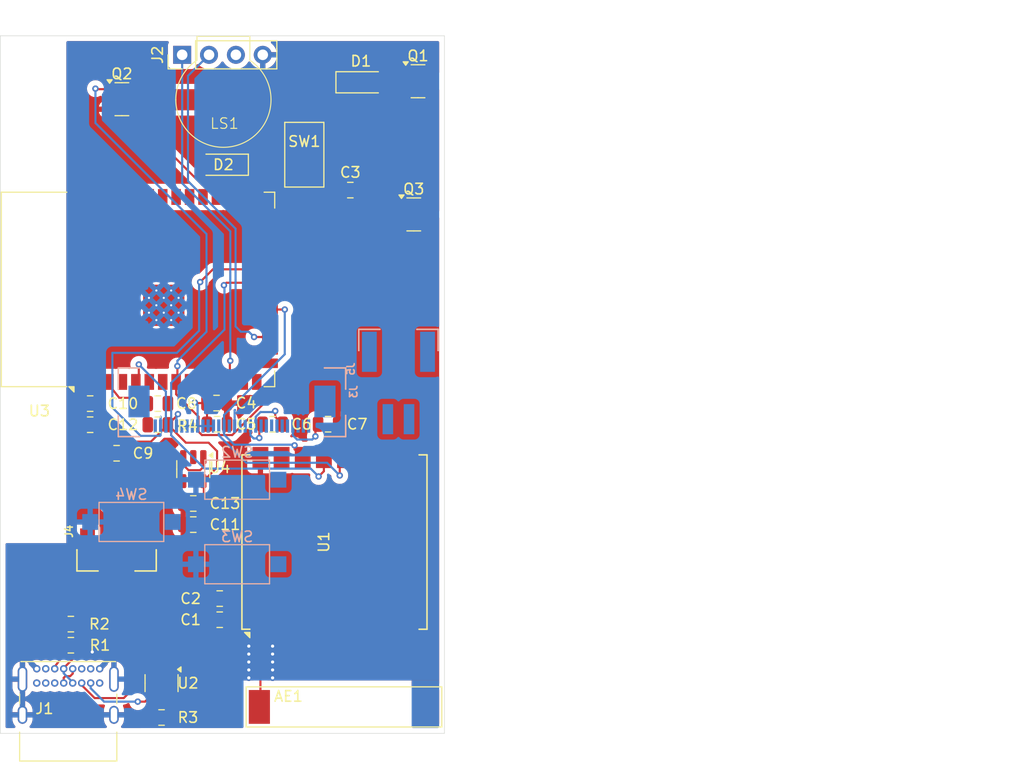
<source format=kicad_pcb>
(kicad_pcb (version 20240108) (generator "pcbnew") (generator_version "8.0")
  (layers (0 "F.Cu" signal) (31 "B.Cu" signal) (34 "B.Paste" user) (35 "F.Paste" user) (36 "B.SilkS" user "B.Silkscreen") (37 "F.SilkS" user "F.Silkscreen") (38 "B.Mask" user) (39 "F.Mask" user) (44 "Edge.Cuts" user))
  (net 0 "")
  (net 1 "Net-(D1-A)")
  (net 2 "GND")
  (net 3 "VIBRATE")
  (net 4 "BUZZER")
  (net 5 "Net-(D2-A)")
  (net 6 "LCD_LED")
  (net 7 "LCD_RST")
  (net 8 "RADIO_CS")
  (net 9 "+3.3V")
  (net 10 "ESP32_SCK")
  (net 11 "BTN_OK")
  (net 12 "ESP32_SCL")
  (net 13 "VBAT_STATUS")
  (net 14 "ESP32_MOSI")
  (net 15 "BTN_DOWN")
  (net 16 "RADIO_RST")
  (net 17 "ESP32_TX")
  (net 18 "LCD_CS")
  (net 19 "BTN_UP")
  (net 20 "ESP32_D-")
  (net 21 "ESP32_D+")
  (net 22 "ESP32_SDA")
  (net 23 "ESP32_MISO")
  (net 24 "BOOTMODE")
  (net 25 "ESP32_RX")
  (net 26 "VBAT_SCALED")
  (net 27 "RADIO_DIO0")
  (net 28 "RADIO_DIO1")
  (net 29 "RADIO_DIO2")
  (net 30 "Net-(AE1-A)")
  (net 31 "+BATT")
  (net 32 "+5V")
  (net 34 "Net-(J5-Pin_2)")
  (net 38 "Net-(U2-PROG)")
  (net 45 "Net-(U3-EN)")
  (net 51 "Net-(J3-Pin_19)")
  (net 52 "Net-(J3-Pin_20)")
  (net 53 "Net-(J3-Pin_27)")
  (net 54 "Net-(J1-CC1)")
  (net 55 "Net-(J1-CC2)")
  (footprint "Capacitor_SMD:C_0805_2012Metric" (layer "F.Cu") (at 120.5 66.75)
    (property "Reference" "C5")
    (property "Value" "10u")
  )
  (footprint "Button_Switch_SMD:SW_SPST_CK_RS282G05A3" (layer "F.Cu") (at 128.75 41.25 -90)
    (property "Reference" "SW1")
    (property "Value" "SW_Push")
  )
  (footprint "Capacitor_SMD:C_0805_2012Metric" (layer "F.Cu") (at 106.675 87.665 180)
    (property "Reference" "R1")
    (property "Value" "5K1")
  )
  (footprint "Capacitor_SMD:C_0805_2012Metric" (layer "F.Cu") (at 120.75 85.25 180)
    (property "Reference" "C1")
    (property "Value" "100n")
  )
  (footprint "Diode_SMD:D_SOD-123" (layer "F.Cu") (at 121.1 42.2 180)
    (property "Reference" "D2")
    (property "Value" "1N4148W")
  )
  (footprint "Package_TO_SOT_SMD:SOT-23-5" (layer "F.Cu") (at 115.25 91.25 -90)
    (property "Reference" "U2")
    (property "Value" "MCP73831-2-OT" (hide yes))
  )
  (footprint "Connector_PinHeader_2.54mm:PinHeader_1x04_P2.54mm_Vertical" (layer "F.Cu") (at 117.2 31.8 90)
    (property "Reference" "J2")
    (property "Value" "OLED_Disp")
  )
  (footprint "Capacitor_SMD:C_0805_2012Metric" (layer "F.Cu") (at 120.45 64.75)
    (property "Reference" "C4")
    (property "Value" "100n")
  )
  (footprint "Connector_USB:USB_C_Receptacle_GCT_USB4085" (layer "F.Cu") (at 103.45 89.89)
    (property "Reference" "J1")
    (property "Value" "USB_C_Receptacle_USB2.0_14P" (hide yes))
  )
  (footprint "RF_Module:ESP32-S3-WROOM-1" (layer "F.Cu") (at 113 54 90)
    (property "Reference" "U3")
    (property "Value" "ESP32-S3-WROOM-1" (hide yes))
  )
  (footprint "Package_TO_SOT_SMD:SOT-23" (layer "F.Cu") (at 139.1 46.9)
    (property "Reference" "Q3")
    (property "Value" "2N7002H" (hide yes))
  )
  (footprint "Waffle2Rev0.1:ST-0311T" (layer "F.Cu") (at 121.1 36.05 180)
    (property "Reference" "LS1")
    (property "Value" "ST-0311T")
  )
  (footprint "Diode_SMD:D_SOD-123" (layer "F.Cu") (at 134.1 34.4)
    (property "Reference" "D1")
    (property "Value" "1N4148W")
  )
  (footprint "Capacitor_SMD:C_0805_2012Metric" (layer "F.Cu") (at 106.675 85.665 180)
    (property "Reference" "R2")
    (property "Value" "5K1")
  )
  (footprint "Capacitor_SMD:C_0805_2012Metric" (layer "F.Cu") (at 115.25 94.5 180)
    (property "Reference" "R3")
    (property "Value" "2K2")
  )
  (footprint "Capacitor_SMD:C_0805_2012Metric" (layer "F.Cu") (at 114.9 66.8 180)
    (property "Reference" "R4")
    (property "Value" "10K")
  )
  (footprint "Capacitor_SMD:C_0805_2012Metric" (layer "F.Cu") (at 108.5 64.8 180)
    (property "Reference" "C10")
    (property "Value" "100n")
  )
  (footprint "Capacitor_SMD:C_0805_2012Metric" (layer "F.Cu") (at 118.25 74.25 180)
    (property "Reference" "C13")
    (property "Value" "100n")
  )
  (footprint "Capacitor_SMD:C_0805_2012Metric" (layer "F.Cu") (at 111 69.5)
    (property "Reference" "C9")
    (property "Value" "10u")
  )
  (footprint "RF_Module:Ai-Thinker-Ra-01-LoRa" (layer "F.Cu") (at 131.6 77.9 90)
    (property "Reference" "U1")
    (property "Value" "Ai-Thinker-Ra-01" (hide yes))
  )
  (footprint "Capacitor_SMD:C_0805_2012Metric" (layer "F.Cu") (at 118.25 76.25 180)
    (property "Reference" "C11")
    (property "Value" "10u")
  )
  (footprint "Capacitor_SMD:C_0805_2012Metric" (layer "F.Cu") (at 120.75 83.25 180)
    (property "Reference" "C2")
    (property "Value" "10u")
  )
  (footprint "Capacitor_SMD:C_0805_2012Metric" (layer "F.Cu") (at 125.75 66.75)
    (property "Reference" "C6")
    (property "Value" "2.2u")
  )
  (footprint "Capacitor_SMD:C_0805_2012Metric" (layer "F.Cu") (at 131 66.75)
    (property "Reference" "C7")
    (property "Value" "2.2u")
  )
  (footprint "Capacitor_SMD:C_0805_2012Metric" (layer "F.Cu") (at 108.5 66.8 180)
    (property "Reference" "C12")
    (property "Value" "10u")
  )
  (footprint "Package_TO_SOT_SMD:SOT-23-5" (layer "F.Cu") (at 118.25 71 -90)
    (property "Reference" "U4")
    (property "Value" "MIC5219-3.3YM5" (hide yes))
  )
  (footprint "Capacitor_SMD:C_0805_2012Metric" (layer "F.Cu") (at 133.1 44.6)
    (property "Reference" "C3")
    (property "Value" "1u")
  )
  (footprint "Waffle2Rev0.1:ER-CON2.0-2P-SMD" (layer "F.Cu") (at 111 76.8875 180)
    (property "Reference" "J4")
    (property "Value" "BATT" (hide yes))
  )
  (footprint "Package_TO_SOT_SMD:SOT-23" (layer "F.Cu") (at 139.5 34.3)
    (property "Reference" "Q1")
    (property "Value" "2N7002K" (hide yes))
  )
  (footprint "Package_TO_SOT_SMD:SOT-23" (layer "F.Cu") (at 111.5 36)
    (property "Reference" "Q2")
    (property "Value" "2N7002H" (hide yes))
  )
  (footprint "RF_Antenna:Coilcraft_MA5532-AE_RFID" (layer "F.Cu") (at 129.5 93.5)
    (property "Reference" "AE1")
    (property "Value" "AN1603-433" (hide yes))
  )
  (footprint "Capacitor_SMD:C_0805_2012Metric" (layer "F.Cu") (at 114.9 64.8)
    (property "Reference" "C8")
    (property "Value" "1u")
  )
  (footprint "Button_Switch_SMD:SW_SPST_CK_RS282G05A3" (layer "B.Cu") (at 122.4 80 180)
    (property "Reference" "SW3")
    (property "Value" "BTN_DN")
  )
  (footprint "Waffle2Rev0.1:ER-CON2.0-2P-SMD" (layer "B.Cu") (at 137.65 61.525 180)
    (property "Reference" "J5")
    (property "Value" "LCD_BL" (hide yes))
  )
  (footprint "Button_Switch_SMD:SW_SPST_CK_RS282G05A3" (layer "B.Cu") (at 122.4 72 180)
    (property "Reference" "SW2")
    (property "Value" "BTN_UP")
  )
  (footprint "Waffle2Rev0.1:ER-CON30HB-1" (layer "B.Cu") (at 121.91 64.675)
    (property "Reference" "J3")
    (property "Value" "FH34SRJ-30S-0.5SH" (hide yes))
  )
  (footprint "Button_Switch_SMD:SW_SPST_CK_RS282G05A3" (layer "B.Cu") (at 112.4 76 180)
    (property "Reference" "SW4")
    (property "Value" "BTN_OK")
  )
  (gr_line (start 110.25 63) (end 111.25 64.25) (stroke (width 0.2)) (layer "F.Cu") (net 45))
  (gr_line (start 111.675 92.665) (end 108.925 92.665) (stroke (width 0.2)) (layer "F.Cu") (net 55))
  (gr_line (start 105.925 88.665) (end 105.175 89.665) (stroke (width 0.2)) (layer "F.Cu") (net 54))
  (gr_line (start 110 74.5) (end 110.5 75) (stroke (width 0.2)) (layer "F.Cu") (net 31))
  (gr_line (start 112.5 36) (end 117.25 36) (stroke (width 0.2)) (layer "F.Cu") (net 5))
  (gr_line (start 119.25 72) (end 119.25 74.25) (stroke (width 0.2)) (layer "F.Cu") (net 9))
  (gr_line (start 114 70.75) (end 114.75 70) (stroke (width 0.2)) (layer "F.Cu") (net 31))
  (gr_line (start 106.675 86.665) (end 106.675 88.415) (stroke (width 0.2)) (layer "F.Cu") (net 54))
  (gr_line (start 119.25 76.25) (end 119.25 74.25) (stroke (width 0.2)) (layer "F.Cu") (net 9))
  (gr_line (start 107.675 85.665) (end 106.675 86.665) (stroke (width 0.2)) (layer "F.Cu") (net 54))
  (gr_line (start 114 74.25) (end 114 70.75) (stroke (width 0.2)) (layer "F.Cu") (net 31))
  (gr_line (start 110.5 75) (end 113.25 75) (stroke (width 0.2)) (layer "F.Cu") (net 31))
  (gr_line (start 111.25 64.25) (end 112.75 64.25) (stroke (width 0.2)) (layer "F.Cu") (net 45))
  (gr_line (start 110 72.25) (end 110 74.5) (stroke (width 0.2)) (layer "F.Cu") (net 31))
  (gr_line (start 114 64.75) (end 114 66.75) (stroke (width 0.2)) (layer "F.Cu") (net 45))
  (gr_line (start 106.425 88.665) (end 105.925 88.665) (stroke (width 0.2)) (layer "F.Cu") (net 54))
  (gr_line (start 106.675 88.415) (end 106.425 88.665) (stroke (width 0.2)) (layer "F.Cu") (net 54))
  (gr_line (start 124.6 85.9) (end 124.6 92.8) (stroke (width 0.2)) (layer "F.Cu") (net 30))
  (gr_line (start 108.925 92.665) (end 107.675 91.415) (stroke (width 0.2)) (layer "F.Cu") (net 55))
  (gr_line (start 109.5 64.75) (end 109.5 66.75) (stroke (width 0.2)) (layer "F.Cu") (net 9))
  (gr_line (start 112.425 91.915) (end 111.675 92.665) (stroke (width 0.2)) (layer "F.Cu") (net 55))
  (gr_line (start 110 72) (end 110 69.5) (stroke (width 0.2)) (layer "F.Cu") (net 31))
  (gr_line (start 107.675 87.665) (end 111.175 87.665) (stroke (width 0.2)) (layer "F.Cu") (net 55))
  (gr_line (start 109 62.75) (end 109.5 64.75) (stroke (width 0.2)) (layer "F.Cu") (net 9))
  (gr_line (start 114.75 70) (end 117.25 70) (stroke (width 0.2)) (layer "F.Cu") (net 31))
  (gr_line (start 112.75 64.25) (end 114 64.75) (stroke (width 0.2)) (layer "F.Cu") (net 45))
  (gr_line (start 113.25 75) (end 114 74.25) (stroke (width 0.2)) (layer "F.Cu") (net 31))
  (gr_line (start 111.175 87.665) (end 112.425 89.165) (stroke (width 0.2)) (layer "F.Cu") (net 55))
  (gr_line (start 112.425 89.165) (end 112.425 91.915) (stroke (width 0.2)) (layer "F.Cu") (net 55))
  (gr_line (start 142 30) (end 142 96) (stroke (width 0.05)) (layer "Edge.Cuts"))
  (gr_line (start 100 96) (end 100 30) (stroke (width 0.05)) (layer "Edge.Cuts"))
  (gr_line (start 100 96) (end 142 96) (stroke (width 0.05)) (layer "Edge.Cuts"))
  (gr_line (start 100 30) (end 142 30) (stroke (width 0.05)) (layer "Edge.Cuts"))
  (segment (start 138.95 89.25) (end 125.75 89.25) (width 0.2) (layer "F.Cu") (net 2))
  (segment (start 140.5 90.8) (end 138.95 89.25) (width 0.2) (layer "F.Cu") (net 2))
  (segment (start 140.5 93.5) (end 140.5 90.8) (width 0.2) (layer "F.Cu") (net 2))
  (segment (start 125.75 87.75) (end 126.6 86.9) (width 0.2) (layer "F.Cu") (net 2))
  (segment (start 126.6 86.9) (end 126.6 85.9) (width 0.2) (layer "F.Cu") (net 2))
  (via (at 123.5 90) (size 0.6) (drill 0.3) (layers "F.Cu" "B.Cu") (net 2))
  (via (at 125.75 90) (size 0.6) (drill 0.3) (layers "F.Cu" "B.Cu") (net 2))
  (via (at 125.75 90.75) (size 0.6) (drill 0.3) (layers "F.Cu" "B.Cu") (net 2))
  (via (at 123.5 87.75) (size 0.6) (drill 0.3) (layers "F.Cu" "B.Cu") (net 2))
  (via (at 123.5 90.75) (size 0.6) (drill 0.3) (layers "F.Cu" "B.Cu") (net 2))
  (via (at 123.5 88.5) (size 0.6) (drill 0.3) (layers "F.Cu" "B.Cu") (net 2))
  (via (at 125.75 89.25) (size 0.6) (drill 0.3) (layers "F.Cu" "B.Cu") (net 2))
  (via (at 125.75 88.5) (size 0.6) (drill 0.3) (layers "F.Cu" "B.Cu") (net 2))
  (via (at 125.75 87.75) (size 0.6) (drill 0.3) (layers "F.Cu" "B.Cu") (net 2))
  (via (at 123.5 89.25) (size 0.6) (drill 0.3) (layers "F.Cu" "B.Cu") (net 2))
  (segment (start 122.16 66.925) (end 122.16 65.44) (width 0.2) (layer "B.Cu") (net 2))
  (segment (start 122.16 65.44) (end 122.2 65.4) (width 0.2) (layer "B.Cu") (net 2))
  (segment (start 119.065256 67.775) (end 118.75 67.459744) (width 0.2) (layer "F.Cu") (net 4))
  (segment (start 110.5625 35.05) (end 109.05 35.05) (width 0.2) (layer "F.Cu") (net 4))
  (segment (start 118.75 66.040256) (end 116.63 63.920256) (width 0.2) (layer "F.Cu") (net 4))
  (segment (start 109.05 35.05) (end 109 35) (width 0.2) (layer "F.Cu") (net 4))
  (segment (start 119.090552 44.1) (end 129.8 44.1) (width 0.2) (layer "F.Cu") (net 4))
  (segment (start 116.75 62.63) (end 116.63 62.75) (width 0.2) (layer "F.Cu") (net 4))
  (segment (start 116.75 61.25) (end 116.75 62.63) (width 0.2) (layer "F.Cu") (net 4))
  (segment (start 121.934744 67.775) (end 119.065256 67.775) (width 0.2) (layer "F.Cu") (net 4))
  (segment (start 129.8 44.1) (end 129.8 59.909744) (width 0.2) (layer "F.Cu") (net 4))
  (segment (start 129.8 59.909744) (end 121.934744 67.775) (width 0.2) (layer "F.Cu") (net 4))
  (segment (start 116.63 63.920256) (end 116.63 62.75) (width 0.2) (layer "F.Cu") (net 4))
  (segment (start 110.5625 35.571948) (end 119.090552 44.1) (width 0.2) (layer "F.Cu") (net 4))
  (segment (start 110.5625 35.05) (end 110.5625 35.571948) (width 0.2) (layer "F.Cu") (net 4))
  (segment (start 118.75 67.459744) (end 118.75 66.040256) (width 0.2) (layer "F.Cu") (net 4))
  (via (at 109 35) (size 0.6) (drill 0.3) (layers "F.Cu" "B.Cu") (net 4))
  (via (at 116.75 61.25) (size 0.6) (drill 0.3) (layers "F.Cu" "B.Cu") (net 4))
  (segment (start 119.5 48.75) (end 119.5 58) (width 0.2) (layer "B.Cu") (net 4))
  (segment (start 116.75 60.75) (end 116.75 61.25) (width 0.2) (layer "B.Cu") (net 4))
  (segment (start 109 38.25) (end 119.5 48.75) (width 0.2) (layer "B.Cu") (net 4))
  (segment (start 119 58.5) (end 116.75 60.75) (width 0.2) (layer "B.Cu") (net 4))
  (segment (start 109 35) (end 109 38.25) (width 0.2) (layer "B.Cu") (net 4))
  (segment (start 119.5 58) (end 119 58.5) (width 0.2) (layer "B.Cu") (net 4))
  (segment (start 113.1 61.1) (end 113.1 62.47) (width 0.2) (layer "F.Cu") (net 7))
  (segment (start 113.1 62.47) (end 112.82 62.75) (width 0.2) (layer "F.Cu") (net 7))
  (via (at 113.1 61.1) (size 0.6) (drill 0.3) (layers "F.Cu" "B.Cu") (net 7))
  (segment (start 115.66 63.66) (end 113.1 61.1) (width 0.2) (layer "B.Cu") (net 7))
  (segment (start 115.66 66.925) (end 115.66 63.66) (width 0.2) (layer "B.Cu") (net 7))
  (segment (start 121.7 78.75) (end 119.2 76.25) (width 0.2) (layer "F.Cu") (net 9))
  (segment (start 118.5 64.8) (end 118.4 64.7) (width 0.2) (layer "F.Cu") (net 9))
  (segment (start 116.8 65.8) (end 116.8 65.85) (width 0.2) (layer "F.Cu") (net 9))
  (segment (start 121.7 83.25) (end 121.7 78.75) (width 0.2) (layer "F.Cu") (net 9))
  (segment (start 114.25 68.4) (end 115.85 66.8) (width 0.2) (layer "F.Cu") (net 9))
  (segment (start 121.7 85.25) (end 121.7 83.25) (width 0.2) (layer "F.Cu") (net 9))
  (segment (start 118.65 64.75) (end 118.6 64.8) (width 0.2) (layer "F.Cu") (net 9))
  (segment (start 127 83.25) (end 128.6 84.85) (width 0.2) (layer "F.Cu") (net 9))
  (segment (start 119.7 68.5) (end 120.5 69.3) (width 0.2) (layer "F.Cu") (net 9))
  (segment (start 117.55 68.5) (end 119.7 68.5) (width 0.2) (layer "F.Cu") (net 9))
  (segment (start 120.5 70.8375) (end 119.2 72.1375) (width 0.2) (layer "F.Cu") (net 9))
  (segment (start 111.05 68.4) (end 114.25 68.4) (width 0.2) (layer "F.Cu") (net 9))
  (segment (start 119.55 66.75) (end 119.55 64.8) (width 0.2) (layer "F.Cu") (net 9))
  (segment (start 116.8 65.85) (end 115.85 66.8) (width 0.2) (layer "F.Cu") (net 9))
  (segment (start 118.6 64.8) (end 118.5 64.8) (width 0.2) (layer "F.Cu") (net 9))
  (segment (start 128.6 84.85) (end 128.6 85.9) (width 0.2) (layer "F.Cu") (net 9))
  (segment (start 115.85 66.8) (end 117.55 68.5) (width 0.2) (layer "F.Cu") (net 9))
  (segment (start 111.05 68.4) (end 109.45 66.8) (width 0.2) (layer "F.Cu") (net 9))
  (segment (start 119.55 64.8) (end 119.5 64.75) (width 0.2) (layer "F.Cu") (net 9))
  (segment (start 119.5 64.75) (end 118.65 64.75) (width 0.2) (layer "F.Cu") (net 9))
  (segment (start 121.7 83.25) (end 127 83.25) (width 0.2) (layer "F.Cu") (net 9))
  (segment (start 120.5 69.3) (end 120.5 70.8375) (width 0.2) (layer "F.Cu") (net 9))
  (via (at 116.8 65.8) (size 0.6) (drill 0.3) (layers "F.Cu" "B.Cu") (net 9))
  (via (at 118.4 64.7) (size 0.6) (drill 0.3) (layers "F.Cu" "B.Cu") (net 9))
  (segment (start 116.66 65.96) (end 116.66 66.925) (width 0.2) (layer "B.Cu") (net 9))
  (segment (start 117.16 66.925) (end 117.66 66.925) (width 0.2) (layer "B.Cu") (net 9))
  (segment (start 116.8 65.82) (end 116.66 65.96) (width 0.2) (layer "B.Cu") (net 9))
  (segment (start 119.16 66.925) (end 118.66 66.925) (width 0.2) (layer "B.Cu") (net 9))
  (segment (start 118.66 66.925) (end 118.16 66.925) (width 0.2) (layer "B.Cu") (net 9))
  (segment (start 116.66 66.925) (end 117.16 66.925) (width 0.2) (layer "B.Cu") (net 9))
  (segment (start 117.66 66.925) (end 118.16 66.925) (width 0.2) (layer "B.Cu") (net 9))
  (segment (start 119.66 66.925) (end 119.16 66.925) (width 0.2) (layer "B.Cu") (net 9))
  (segment (start 118.4 64.7) (end 118.66 64.96) (width 0.2) (layer "B.Cu") (net 9))
  (segment (start 116.8 65.8) (end 116.8 65.82) (width 0.2) (layer "B.Cu") (net 9))
  (segment (start 120.16 66.925) (end 119.66 66.925) (width 0.2) (layer "B.Cu") (net 9))
  (segment (start 118.66 64.96) (end 118.66 66.925) (width 0.2) (layer "B.Cu") (net 9))
  (segment (start 132.1 70.4) (end 132.6 69.9) (width 0.2) (layer "F.Cu") (net 10))
  (segment (start 132.1 71.6) (end 132.1 70.4) (width 0.2) (layer "F.Cu") (net 10))
  (via (at 132.1 71.6) (size 0.6) (drill 0.3) (layers "F.Cu" "B.Cu") (net 10))
  (segment (start 120.66 67.8) (end 123.26 70.4) (width 0.2) (layer "B.Cu") (net 10))
  (segment (start 123.26 70.4) (end 130.9 70.4) (width 0.2) (layer "B.Cu") (net 10))
  (segment (start 120.66 66.925) (end 120.66 67.8) (width 0.2) (layer "B.Cu") (net 10))
  (segment (start 130.9 70.4) (end 132.1 71.6) (width 0.2) (layer "B.Cu") (net 10))
  (segment (start 125.445 58.5) (end 125.5 58.445) (width 0.2) (layer "F.Cu") (net 12))
  (segment (start 124 58.5) (end 125.445 58.5) (width 0.2) (layer "F.Cu") (net 12))
  (via (at 124 58.5) (size 0.6) (drill 0.3) (layers "F.Cu" "B.Cu") (net 12))
  (segment (start 117.75 33.79) (end 117.75 34) (width 0.2) (layer "B.Cu") (net 12))
  (segment (start 117.75 43.75) (end 122.25 48.25) (width 0.2) (layer "B.Cu") (net 12))
  (segment (start 122.25 48.25) (end 122.25 57.5) (width 0.2) (layer "B.Cu") (net 12))
  (segment (start 119.74 31.8) (end 117.75 33.79) (width 0.2) (layer "B.Cu") (net 12))
  (segment (start 123.5 58) (end 124 58.5) (width 0.2) (layer "B.Cu") (net 12))
  (segment (start 122.75 58) (end 123.5 58) (width 0.2) (layer "B.Cu") (net 12))
  (segment (start 117.75 34) (end 117.75 43.75) (width 0.2) (layer "B.Cu") (net 12))
  (segment (start 122.25 57.5) (end 122.75 58) (width 0.2) (layer "B.Cu") (net 12))
  (segment (start 125.505 55.9) (end 125.5 55.905) (width 0.2) (layer "F.Cu") (net 14))
  (segment (start 127.828006 68.753335) (end 127.828006 69.128006) (width 0.2) (layer "F.Cu") (net 14))
  (segment (start 126.9 55.9) (end 125.505 55.9) (width 0.2) (layer "F.Cu") (net 14))
  (segment (start 127.828006 69.128006) (end 128.6 69.9) (width 0.2) (layer "F.Cu") (net 14))
  (via (at 126.9 55.9) (size 0.6) (drill 0.3) (layers "F.Cu" "B.Cu") (net 14))
  (via (at 127.828006 68.753335) (size 0.6) (drill 0.3) (layers "F.Cu" "B.Cu") (net 14))
  (segment (start 121.16 66.925) (end 121.16 67.734314) (width 0.2) (layer "B.Cu") (net 14))
  (segment (start 126.9 60.134314) (end 126.9 55.9) (width 0.2) (layer "B.Cu") (net 14))
  (segment (start 127.828006 68.728006) (end 127.828006 68.753335) (width 0.2) (layer "B.Cu") (net 14))
  (segment (start 121.16 65.874314) (end 126.9 60.134314) (width 0.2) (layer "B.Cu") (net 14))
  (segment (start 127.7 68.6) (end 127.828006 68.728006) (width 0.2) (layer "B.Cu") (net 14))
  (segment (start 122.112843 68.687157) (end 127.612843 68.687157) (width 0.2) (layer "B.Cu") (net 14))
  (segment (start 121.16 67.734314) (end 122.112843 68.687157) (width 0.2) (layer "B.Cu") (net 14))
  (segment (start 127.612843 68.687157) (end 127.7 68.6) (width 0.2) (layer "B.Cu") (net 14))
  (segment (start 121.16 66.925) (end 121.16 65.874314) (width 0.2) (layer "B.Cu") (net 14))
  (segment (start 120.105 52.095) (end 125.5 52.095) (width 0.2) (layer "F.Cu") (net 18))
  (segment (start 118.9 53.3) (end 120.105 52.095) (width 0.2) (layer "F.Cu") (net 18))
  (via (at 118.9 53.3) (size 0.6) (drill 0.3) (layers "F.Cu" "B.Cu") (net 18))
  (segment (start 115.16 67.8) (end 115.11 67.85) (width 0.2) (layer "B.Cu") (net 18))
  (segment (start 110.6 60) (end 116.7 60) (width 0.2) (layer "B.Cu") (net 18))
  (segment (start 116.7 60) (end 118.8 57.9) (width 0.2) (layer "B.Cu") (net 18))
  (segment (start 115.16 66.05) (end 115.16 67.8) (width 0.2) (layer "B.Cu") (net 18))
  (segment (start 115.16 66.925) (end 115.16 66.05) (width 0.2) (layer "B.Cu") (net 18))
  (segment (start 118.8 57.9) (end 118.8 53.3) (width 0.2) (layer "B.Cu") (net 18))
  (segment (start 115.11 67.85) (end 113.27 67.85) (width 0.2) (layer "B.Cu") (net 18))
  (segment (start 113.27 67.85) (end 110.6 65.18) (width 0.2) (layer "B.Cu") (net 18))
  (segment (start 110.6 65.18) (end 110.6 60) (width 0.2) (layer "B.Cu") (net 18))
  (segment (start 118.8 53.3) (end 118.9 53.3) (width 0.2) (layer "B.Cu") (net 18))
  (segment (start 106.155026 90.59) (end 106 90.745026) (width 0.2) (layer "F.Cu") (net 20))
  (segment (start 106.85 89.89) (end 106.85 90.35) (width 0.2) (layer "F.Cu") (net 20))
  (segment (start 106 90.745026) (end 106 91.24) (width 0.2) (layer "F.Cu") (net 20))
  (segment (start 106.85 90.35) (end 106.61 90.59) (width 0.2) (layer "F.Cu") (net 20))
  (segment (start 106.61 90.59) (end 106.155026 90.59) (width 0.2) (layer "F.Cu") (net 20))
  (segment (start 107.120761 88.7) (end 108.2 88.7) (width 0.2) (layer "F.Cu") (net 21))
  (segment (start 108.6 88.3) (end 108.7 88.3) (width 0.2) (layer "F.Cu") (net 21))
  (segment (start 106 89.959239) (end 106 89.820761) (width 0.2) (layer "F.Cu") (net 21))
  (segment (start 106 89.820761) (end 107.120761 88.7) (width 0.2) (layer "F.Cu") (net 21))
  (segment (start 106 89.89) (end 106 89.959239) (width 0.2) (layer "F.Cu") (net 21))
  (segment (start 108.2 88.7) (end 108.6 88.3) (width 0.2) (layer "F.Cu") (net 21))
  (via (at 108.7 88.3) (size 0.6) (drill 0.3) (layers "F.Cu" "B.Cu") (net 21))
  (segment (start 106.85 91.170761) (end 106.85 91.24) (width 0.2) (layer "B.Cu") (net 21))
  (segment (start 106 89.89) (end 106 90.320761) (width 0.2) (layer "B.Cu") (net 21))
  (segment (start 106 90.320761) (end 106.85 91.170761) (width 0.2) (layer "B.Cu") (net 21))
  (segment (start 121.71 60.79) (end 121.71 62.75) (width 0.2) (layer "F.Cu") (net 22))
  (segment (start 121.75 60.75) (end 121.71 60.79) (width 0.2) (layer "F.Cu") (net 22))
  (via (at 121.75 60.75) (size 0.6) (drill 0.3) (layers "F.Cu" "B.Cu") (net 22))
  (segment (start 117.2 43.95) (end 120.5 47.25) (width 0.2) (layer "B.Cu") (net 22))
  (segment (start 117.2 31.8) (end 117.2 43.95) (width 0.2) (layer "B.Cu") (net 22))
  (segment (start 121.75 48.5) (end 121.75 60.75) (width 0.2) (layer "B.Cu") (net 22))
  (segment (start 120.5 47.25) (end 121.75 48.5) (width 0.2) (layer "B.Cu") (net 22))
  (segment (start 130.6 71.2) (end 130.6 69.9) (width 0.2) (layer "F.Cu") (net 23))
  (segment (start 130.1 71.7) (end 130.6 71.2) (width 0.2) (layer "F.Cu") (net 23))
  (segment (start 121.385 53.365) (end 121.15 53.6) (width 0.2) (layer "F.Cu") (net 23))
  (segment (start 125.5 53.365) (end 121.385 53.365) (width 0.2) (layer "F.Cu") (net 23))
  (via (at 130.1 71.7) (size 0.6) (drill 0.3) (layers "F.Cu" "B.Cu") (net 23))
  (via (at 121.15 53.6) (size 0.6) (drill 0.3) (layers "F.Cu" "B.Cu") (net 23))
  (segment (start 116.16 66.925) (end 116.16 67.8) (width 0.2) (layer "B.Cu") (net 23))
  (segment (start 116.16 67.8) (end 119.31 70.95) (width 0.2) (layer "B.Cu") (net 23))
  (segment (start 119.31 70.95) (end 129.35 70.95) (width 0.2) (layer "B.Cu") (net 23))
  (segment (start 116.16 62.84) (end 121.2 57.8) (width 0.2) (layer "B.Cu") (net 23))
  (segment (start 129.35 70.95) (end 130.1 71.7) (width 0.2) (layer "B.Cu") (net 23))
  (segment (start 121.2 57.8) (end 121.2 53.6) (width 0.2) (layer "B.Cu") (net 23))
  (segment (start 116.16 66.925) (end 116.16 62.84) (width 0.2) (layer "B.Cu") (net 23))
  (segment (start 121.2 53.6) (end 121.15 53.6) (width 0.2) (layer "B.Cu") (net 23))
  (segment (start 124.35 45.15) (end 124.25 45.25) (width 0.2) (layer "F.Cu") (net 24))
  (segment (start 128.75 45.15) (end 124.35 45.15) (width 0.2) (layer "F.Cu") (net 24))
  (segment (start 122.75 42.2) (end 122.75 38.15) (width 0.2) (layer "F.Cu") (net 31))
  (segment (start 114.3 90.1125) (end 114.3 83.8) (width 0.2) (layer "F.Cu") (net 31))
  (segment (start 110.7 75.2) (end 110.5 75) (width 0.2) (layer "F.Cu") (net 31))
  (segment (start 132.45 34.4) (end 126.5 34.4) (width 0.2) (layer "F.Cu") (net 31))
  (segment (start 117.3 70.6) (end 117.8 71.1) (width 0.2) (layer "F.Cu") (net 31))
  (segment (start 110.7 80.2) (end 110.7 75.2) (width 0.2) (layer "F.Cu") (net 31))
  (segment (start 126.5 34.4) (end 124.85 36.05) (width 0.2) (layer "F.Cu") (net 31))
  (segment (start 117.3 69.8625) (end 117.3 70.6) (width 0.2) (layer "F.Cu") (net 31))
  (segment (start 114.3 83.8) (end 110.7 80.2) (width 0.2) (layer "F.Cu") (net 31))
  (segment (start 117.8 71.1) (end 118.9 71.1) (width 0.2) (layer "F.Cu") (net 31))
  (segment (start 119.2 70.8) (end 119.2 69.8625) (width 0.2) (layer "F.Cu") (net 31))
  (segment (start 118.9 71.1) (end 119.2 70.8) (width 0.2) (layer "F.Cu") (net 31))
  (segment (start 122.75 38.15) (end 124.85 36.05) (width 0.2) (layer "F.Cu") (net 31))
  (segment (start 113 93) (end 113.6875 93) (width 0.2) (layer "F.Cu") (net 32))
  (segment (start 113.6875 93) (end 114.3 92.3875) (width 0.2) (layer "F.Cu") (net 32))
  (via (at 113 93) (size 0.6) (drill 0.3) (layers "F.Cu" "B.Cu") (net 32))
  (segment (start 108.55 91.24) (end 108.55 91.734974) (width 0.2) (layer "B.Cu") (net 32))
  (segment (start 112.75 93) (end 113 93) (width 0.2) (layer "B.Cu") (net 32))
  (segment (start 109.815026 93) (end 112.75 93) (width 0.2) (layer "B.Cu") (net 32))
  (segment (start 108.55 91.734974) (end 109.815026 93) (width 0.2) (layer "B.Cu") (net 32))
  (segment (start 116.2 94.5) (end 116.2 92.3875) (width 0.2) (layer "F.Cu") (net 38))
  (segment (start 124.49572 67.05428) (end 124.8 66.75) (width 0.2) (layer "F.Cu") (net 51))
  (segment (start 124.49572 68.049798) (end 124.49572 67.05428) (width 0.2) (layer "F.Cu") (net 51))
  (via (at 124.49572 68.049798) (size 0.6) (drill 0.3) (layers "F.Cu" "B.Cu") (net 51))
  (segment (start 123.66 67.8) (end 123.96 68.1) (width 0.2) (layer "B.Cu") (net 51))
  (segment (start 123.96 68.1) (end 124.4 68.1) (width 0.2) (layer "B.Cu") (net 51))
  (segment (start 124.445518 68.1) (end 124.49572 68.049798) (width 0.2) (layer "B.Cu") (net 51))
  (segment (start 123.66 66.925) (end 123.66 67.8) (width 0.2) (layer "B.Cu") (net 51))
  (segment (start 124.4 68.1) (end 124.445518 68.1) (width 0.2) (layer "B.Cu") (net 51))
  (segment (start 126 66.05) (end 126.7 66.75) (width 0.2) (layer "F.Cu") (net 52))
  (segment (start 126 65.5) (end 126 66.05) (width 0.2) (layer "F.Cu") (net 52))
  (via (at 126 65.5) (size 0.6) (drill 0.3) (layers "F.Cu" "B.Cu") (net 52))
  (segment (start 124.16 66.925) (end 124.16 66.05) (width 0.2) (layer "B.Cu") (net 52))
  (segment (start 125.7 65.6) (end 125.9 65.6) (width 0.2) (layer "B.Cu") (net 52))
  (segment (start 125.9 65.6) (end 126 65.5) (width 0.2) (layer "B.Cu") (net 52))
  (segment (start 124.61 65.6) (end 125.7 65.6) (width 0.2) (layer "B.Cu") (net 52))
  (segment (start 124.16 66.05) (end 124.61 65.6) (width 0.2) (layer "B.Cu") (net 52))
  (segment (start 129.8 67.9) (end 129.8 67) (width 0.2) (layer "F.Cu") (net 53))
  (segment (start 129.8 67) (end 130.05 66.75) (width 0.2) (layer "F.Cu") (net 53))
  (via (at 129.8 67.9) (size 0.6) (drill 0.3) (layers "F.Cu" "B.Cu") (net 53))
  (segment (start 127.66 67.8) (end 128.06 68.2) (width 0.2) (layer "B.Cu") (net 53))
  (segment (start 128.06 68.2) (end 129.5 68.2) (width 0.2) (layer "B.Cu") (net 53))
  (segment (start 127.66 66.925) (end 127.66 67.8) (width 0.2) (layer "B.Cu") (net 53))
  (segment (start 129.5 68.2) (end 129.8 67.9) (width 0.2) (layer "B.Cu") (net 53))
  (zone (net 2) (net_name "GND") (layers "F&B.Cu") (connect_pads (clearance 0.5)) (min_thickness 0.25) (fill yes (thermal_gap 0.5) (thermal_bridge_width 0.5))
    (polygon (pts (xy 142 30) (xy 106.25 30) (xy 106.25 78) (xy 100.25 78) (xy 100 96) (xy 123 96) (xy 123 91) (xy 142 91)))
  )
  (zone (net 2) (net_name "GND") (layers "F&B.Cu") (priority 1) (connect_pads (clearance 0.5)) (min_thickness 0.25) (fill yes (thermal_gap 0.5) (thermal_bridge_width 0.5))
    (polygon (pts (xy 142 91) (xy 142 96) (xy 138.9 96) (xy 138.9 91)))
  )
)
</source>
